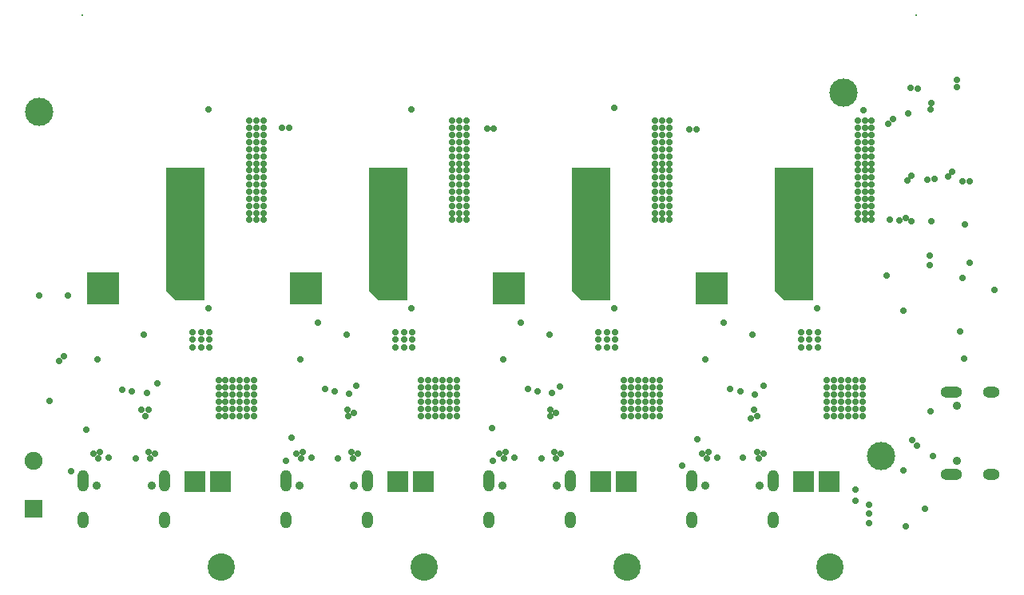
<source format=gbr>
%TF.GenerationSoftware,Altium Limited,Altium Designer,23.4.1 (23)*%
G04 Layer_Color=16711935*
%FSLAX26Y26*%
%MOIN*%
%TF.SameCoordinates,7B234F99-2337-49EF-8028-3FC35EF94B5E*%
%TF.FilePolarity,Negative*%
%TF.FileFunction,Soldermask,Bot*%
%TF.Part,CustomerPanel*%
G01*
G75*
%TA.AperFunction,NonConductor*%
%ADD69R,0.137795X0.137795*%
%TA.AperFunction,FiducialPad,Global*%
%ADD70C,0.118110*%
%TA.AperFunction,ComponentPad*%
%ADD71R,0.074929X0.074929*%
%ADD72C,0.074929*%
%ADD73R,0.085000X0.085000*%
%ADD74O,0.047370X0.070992*%
%ADD75C,0.034575*%
%ADD76O,0.047370X0.090677*%
%ADD77O,0.070992X0.047370*%
%ADD78O,0.090677X0.047370*%
%TA.AperFunction,WasherPad*%
%ADD79C,0.008000*%
%TA.AperFunction,ViaPad*%
%ADD80C,0.114299*%
%ADD81C,0.027685*%
G36*
X866142Y1411370D02*
X748032D01*
X708662Y1450739D01*
Y1962551D01*
X866142D01*
Y1411370D01*
D02*
G37*
G36*
X1712599D02*
X1594488D01*
X1555118Y1450739D01*
Y1962551D01*
X1712599D01*
Y1411370D01*
D02*
G37*
G36*
X2559055D02*
X2440945D01*
X2401575Y1450739D01*
Y1962551D01*
X2559055D01*
Y1411370D01*
D02*
G37*
G36*
X3405512D02*
X3287401D01*
X3248032Y1450739D01*
Y1962551D01*
X3405512D01*
Y1411370D01*
D02*
G37*
D69*
X442913Y1460582D02*
D03*
X1289370D02*
D03*
X2135827D02*
D03*
X2982283D02*
D03*
D70*
X3533780Y2277511D02*
D03*
X3691260Y762078D02*
D03*
X177165Y2198771D02*
D03*
D71*
X153000Y540117D02*
D03*
D72*
Y740117D02*
D03*
D73*
X935354Y653496D02*
D03*
X3366457Y653495D02*
D03*
X2520000D02*
D03*
X1673543D02*
D03*
X827087D02*
D03*
X3474724D02*
D03*
X2628268Y653496D02*
D03*
X1781811D02*
D03*
D74*
X2901103Y494047D02*
D03*
X3241260D02*
D03*
X701889Y494047D02*
D03*
X361733D02*
D03*
X2394803D02*
D03*
X2054646D02*
D03*
X1548346D02*
D03*
X1208189D02*
D03*
D75*
X2957405Y637747D02*
D03*
X3184957Y637747D02*
D03*
X645587Y637747D02*
D03*
X418035D02*
D03*
X4006220Y742078D02*
D03*
Y969630D02*
D03*
X2338501Y637747D02*
D03*
X2110948D02*
D03*
X1492044D02*
D03*
X1264492D02*
D03*
D76*
X2901103Y658614D02*
D03*
X3241259Y658614D02*
D03*
X701889D02*
D03*
X361733D02*
D03*
X2394803D02*
D03*
X2054646D02*
D03*
X1548346D02*
D03*
X1208189D02*
D03*
D77*
X4149921Y685776D02*
D03*
Y1025933D02*
D03*
D78*
X3985354Y685776D02*
D03*
Y1025933D02*
D03*
D79*
X3836559Y2602000D02*
D03*
X356984Y2601999D02*
D03*
D80*
X3477480Y297197D02*
D03*
X2631023Y297196D02*
D03*
X1784567D02*
D03*
X938110D02*
D03*
D81*
X578995Y750831D02*
D03*
X4031532Y1907102D02*
D03*
X622070Y927986D02*
D03*
X261905Y1158022D02*
D03*
X4059091Y1907102D02*
D03*
X603251Y955794D02*
D03*
X281392Y1177509D02*
D03*
X671000Y1065118D02*
D03*
X633923Y953041D02*
D03*
X884000Y2208117D02*
D03*
X1424000Y752117D02*
D03*
X3988285Y1948665D02*
D03*
X3842496Y2295256D02*
D03*
X1219922Y2130339D02*
D03*
X3968946Y1929031D02*
D03*
X3815000Y2297117D02*
D03*
X1191683Y2131419D02*
D03*
X1369478Y1040118D02*
D03*
X1465493Y926707D02*
D03*
X1488984Y941117D02*
D03*
X1464678Y954988D02*
D03*
X1472000Y1022117D02*
D03*
X1502000Y1055118D02*
D03*
X2273940Y750831D02*
D03*
X2216467Y1039585D02*
D03*
X3898742Y2207268D02*
D03*
X3912493Y1917020D02*
D03*
X2310138Y954906D02*
D03*
X2074968Y2127117D02*
D03*
X3900644Y2234762D02*
D03*
X3885000Y1915118D02*
D03*
X2310957Y926000D02*
D03*
X2047409Y2127117D02*
D03*
X2334000Y941117D02*
D03*
X2317401Y1023978D02*
D03*
X2350343Y1052460D02*
D03*
X2891306Y2125583D02*
D03*
X2918861Y2125102D02*
D03*
X1731000Y2209117D02*
D03*
X2860000Y721117D02*
D03*
X2922251Y829677D02*
D03*
X3061031Y1041478D02*
D03*
X3164000Y1019117D02*
D03*
X3199000Y1054118D02*
D03*
X3159648Y953226D02*
D03*
X3173000Y929117D02*
D03*
X3147345Y918834D02*
D03*
X3115000Y755117D02*
D03*
X3839145Y805375D02*
D03*
X3819506Y827167D02*
D03*
X4164000Y1454118D02*
D03*
X4060590Y1566118D02*
D03*
X3793780Y1754063D02*
D03*
X3768573Y1742922D02*
D03*
X3818588Y1741529D02*
D03*
X3726000Y1746118D02*
D03*
X3816749Y1932200D02*
D03*
X3799000Y1911118D02*
D03*
X4008000Y2330086D02*
D03*
Y2302527D02*
D03*
X3618414Y2204677D02*
D03*
X3805000Y2192117D02*
D03*
X3740487Y2166605D02*
D03*
X3721000Y2147117D02*
D03*
X626346Y1023511D02*
D03*
X523445Y1038302D02*
D03*
X564630Y1032118D02*
D03*
X1411087D02*
D03*
X1340401Y1316432D02*
D03*
X2257543Y1032118D02*
D03*
X2186858Y1316432D02*
D03*
X222000Y991117D02*
D03*
X176268Y1432118D02*
D03*
X296114Y1432004D02*
D03*
X419346Y1165511D02*
D03*
X1265803D02*
D03*
X2112260D02*
D03*
X2581024Y1214519D02*
D03*
X2545591D02*
D03*
X2494166Y1441732D02*
D03*
X2439047D02*
D03*
X2466606D02*
D03*
X2521724D02*
D03*
Y1469291D02*
D03*
X2494166D02*
D03*
X2466606D02*
D03*
X2439047D02*
D03*
X2466606Y1496850D02*
D03*
X2439047D02*
D03*
X2521724D02*
D03*
X2494166D02*
D03*
Y1524409D02*
D03*
X2439047D02*
D03*
X2466606D02*
D03*
X2521724D02*
D03*
X2577087Y1375936D02*
D03*
X2618425Y1047196D02*
D03*
X2308260Y1268511D02*
D03*
X2159260Y753511D02*
D03*
X2746378Y1864125D02*
D03*
Y1834598D02*
D03*
Y1746015D02*
D03*
Y1805070D02*
D03*
Y1775543D02*
D03*
X2775906D02*
D03*
X2775905Y1805070D02*
D03*
X2775906Y1864125D02*
D03*
Y1834598D02*
D03*
X2805433D02*
D03*
Y1805070D02*
D03*
Y1893653D02*
D03*
Y1864125D02*
D03*
X2746378Y1952708D02*
D03*
X2746378Y2041291D02*
D03*
Y2011763D02*
D03*
Y1923180D02*
D03*
Y1893653D02*
D03*
Y1982236D02*
D03*
X2775905Y1952708D02*
D03*
X2746378Y2070818D02*
D03*
X2746378Y2159401D02*
D03*
Y2129873D02*
D03*
Y2100346D02*
D03*
X2775905Y2070818D02*
D03*
X2775906Y2129873D02*
D03*
Y1893653D02*
D03*
Y1982236D02*
D03*
Y1923180D02*
D03*
X2805433Y1952708D02*
D03*
Y1923180D02*
D03*
Y2011763D02*
D03*
Y1982236D02*
D03*
X2775906Y2041291D02*
D03*
Y2011763D02*
D03*
Y2100346D02*
D03*
X2805433Y2070818D02*
D03*
Y2041291D02*
D03*
Y2100346D02*
D03*
X2178150Y1447787D02*
D03*
Y1475346D02*
D03*
X2618425Y929086D02*
D03*
X2647953Y929086D02*
D03*
X2677480Y929086D02*
D03*
X2707008D02*
D03*
X2066000Y878117D02*
D03*
X2122362Y777511D02*
D03*
X2096772Y771606D02*
D03*
X2116457Y751921D02*
D03*
X2069000Y742117D02*
D03*
X2766063Y1017669D02*
D03*
Y1076724D02*
D03*
X2736535D02*
D03*
Y1047196D02*
D03*
X2766063Y1047196D02*
D03*
X2707008Y1017669D02*
D03*
X2736535D02*
D03*
X2677480D02*
D03*
X2647953D02*
D03*
X2327093Y777511D02*
D03*
X2352684Y771606D02*
D03*
X2332999Y751921D02*
D03*
X2766063Y988141D02*
D03*
X2707008D02*
D03*
X2736535D02*
D03*
X2766063Y958614D02*
D03*
X2736535D02*
D03*
X2677481D02*
D03*
X2707008D02*
D03*
X2766063Y929086D02*
D03*
X2736535D02*
D03*
X2677481Y988141D02*
D03*
X2618425Y1017669D02*
D03*
Y988141D02*
D03*
Y958614D02*
D03*
X2647953Y988141D02*
D03*
Y958614D02*
D03*
X2618425Y1076724D02*
D03*
X2707008D02*
D03*
X2677480D02*
D03*
X2647953D02*
D03*
X2677480Y1047196D02*
D03*
X2707008D02*
D03*
X2647953Y1047196D02*
D03*
X2775906Y2159401D02*
D03*
X2805433D02*
D03*
X2510157Y1214519D02*
D03*
Y1277511D02*
D03*
Y1246015D02*
D03*
X2805433Y2129873D02*
D03*
X2581024Y1277511D02*
D03*
X2545591D02*
D03*
X2581024Y1246015D02*
D03*
X2545591D02*
D03*
X2150591Y1475346D02*
D03*
X2123032D02*
D03*
X2150591Y1447787D02*
D03*
X2123032D02*
D03*
X2095472D02*
D03*
Y1420228D02*
D03*
X2123032D02*
D03*
X2150591D02*
D03*
X2178150D02*
D03*
X2150591Y1502905D02*
D03*
X2095472D02*
D03*
X2178150D02*
D03*
X2095472Y1475346D02*
D03*
X2123032Y1502905D02*
D03*
X2775906Y1746015D02*
D03*
X2805433Y1775543D02*
D03*
Y1746015D02*
D03*
X1699134Y1214519D02*
D03*
X1734567D02*
D03*
X1592591Y1469291D02*
D03*
X1620150Y1441732D02*
D03*
X1592591D02*
D03*
X1675268D02*
D03*
X1647709D02*
D03*
Y1469291D02*
D03*
X1620150D02*
D03*
X1675268D02*
D03*
X1620150Y1496850D02*
D03*
X1592591D02*
D03*
X1647709D02*
D03*
X1675268D02*
D03*
X1620150Y1524409D02*
D03*
X1592591D02*
D03*
X1647709D02*
D03*
X1675268D02*
D03*
X1730630Y1375936D02*
D03*
X1771968Y1047196D02*
D03*
X1461803Y1268511D02*
D03*
X1312803Y753511D02*
D03*
X1899921Y1864125D02*
D03*
Y1834598D02*
D03*
Y1746015D02*
D03*
Y1805070D02*
D03*
Y1775543D02*
D03*
X1929449D02*
D03*
X1929449Y1805070D02*
D03*
X1929449Y1864125D02*
D03*
Y1834598D02*
D03*
X1958976D02*
D03*
Y1805070D02*
D03*
Y1893653D02*
D03*
Y1864125D02*
D03*
X1899921Y1952708D02*
D03*
X1899921Y2041291D02*
D03*
Y2011763D02*
D03*
Y1923180D02*
D03*
Y1893653D02*
D03*
Y1982236D02*
D03*
X1929449Y1952708D02*
D03*
X1899921Y2070818D02*
D03*
X1899921Y2159401D02*
D03*
Y2129873D02*
D03*
Y2100346D02*
D03*
X1929449Y2070818D02*
D03*
X1929449Y2129873D02*
D03*
Y1893653D02*
D03*
Y1982236D02*
D03*
Y1923180D02*
D03*
X1958976Y1952708D02*
D03*
Y1923180D02*
D03*
Y2011763D02*
D03*
Y1982236D02*
D03*
X1929449Y2041291D02*
D03*
Y2011763D02*
D03*
Y2100346D02*
D03*
X1958976Y2070818D02*
D03*
Y2041291D02*
D03*
Y2100346D02*
D03*
X1331693Y1447787D02*
D03*
Y1475346D02*
D03*
X1771968Y929086D02*
D03*
X1801496Y929086D02*
D03*
X1831024Y929086D02*
D03*
X1860551D02*
D03*
X1801496Y958614D02*
D03*
X1506227Y771606D02*
D03*
X1801496Y988141D02*
D03*
X1771968D02*
D03*
Y958614D02*
D03*
X1486542Y751921D02*
D03*
X1890079Y958614D02*
D03*
Y929086D02*
D03*
X1831024Y958614D02*
D03*
X1919606Y929086D02*
D03*
X1919606Y988141D02*
D03*
Y958614D02*
D03*
X1860551Y988141D02*
D03*
X1831024D02*
D03*
X1890079D02*
D03*
X1860551Y958614D02*
D03*
X1771968Y1017669D02*
D03*
X1831024Y1047196D02*
D03*
X1860551D02*
D03*
X1831024Y1017669D02*
D03*
X1860551D02*
D03*
X1801496D02*
D03*
Y1047196D02*
D03*
X1919606Y1076724D02*
D03*
Y1017669D02*
D03*
Y1047196D02*
D03*
X1890079Y1017669D02*
D03*
Y1047196D02*
D03*
Y1076724D02*
D03*
X1860551D02*
D03*
X1831024D02*
D03*
X1801496D02*
D03*
X1771968D02*
D03*
X1207188Y742117D02*
D03*
X1480637Y777511D02*
D03*
X1275906D02*
D03*
X1230480Y836598D02*
D03*
X1250315Y771606D02*
D03*
X1270000Y751921D02*
D03*
X1958976Y2129873D02*
D03*
X1958977Y2159401D02*
D03*
X1929449D02*
D03*
Y1746015D02*
D03*
X1958976D02*
D03*
Y1775543D02*
D03*
X1249016Y1502905D02*
D03*
X1331693D02*
D03*
X1276575D02*
D03*
X1331693Y1420228D02*
D03*
X1304134Y1502905D02*
D03*
Y1475346D02*
D03*
Y1420228D02*
D03*
Y1447787D02*
D03*
X1276575Y1475346D02*
D03*
Y1447787D02*
D03*
Y1420228D02*
D03*
X1249016Y1475346D02*
D03*
Y1420228D02*
D03*
Y1447787D02*
D03*
X1663701Y1246015D02*
D03*
Y1277511D02*
D03*
Y1214519D02*
D03*
X1699134Y1277511D02*
D03*
Y1246015D02*
D03*
X1734567Y1277511D02*
D03*
Y1246015D02*
D03*
X852677Y1214519D02*
D03*
X888110D02*
D03*
X773693Y1441732D02*
D03*
X746134D02*
D03*
Y1469291D02*
D03*
X801252D02*
D03*
X773693D02*
D03*
Y1496850D02*
D03*
X746134D02*
D03*
Y1524409D02*
D03*
X801252D02*
D03*
X773693D02*
D03*
X801252Y1441732D02*
D03*
X828811D02*
D03*
Y1469291D02*
D03*
X801252Y1496850D02*
D03*
X828811Y1524409D02*
D03*
Y1496850D02*
D03*
X884173Y1375936D02*
D03*
X925512Y1047196D02*
D03*
X615346Y1268511D02*
D03*
X466346Y753511D02*
D03*
X1053465Y1864125D02*
D03*
Y1834598D02*
D03*
Y1746015D02*
D03*
Y1805070D02*
D03*
Y1775543D02*
D03*
X1082992D02*
D03*
X1082992Y1805070D02*
D03*
X1082992Y1864125D02*
D03*
Y1834598D02*
D03*
X1112520D02*
D03*
Y1805070D02*
D03*
Y1893653D02*
D03*
Y1864125D02*
D03*
X1053465Y1952708D02*
D03*
X1053465Y2041291D02*
D03*
Y2011763D02*
D03*
Y1923180D02*
D03*
Y1893653D02*
D03*
Y1982236D02*
D03*
X1082992Y1952708D02*
D03*
X1053465Y2070818D02*
D03*
X1053465Y2159401D02*
D03*
Y2129873D02*
D03*
Y2100346D02*
D03*
X1082992Y2070818D02*
D03*
X1082992Y2129873D02*
D03*
Y1893653D02*
D03*
Y1982236D02*
D03*
Y1923180D02*
D03*
X1112520Y1952708D02*
D03*
Y1923180D02*
D03*
Y2011763D02*
D03*
Y1982236D02*
D03*
X1082992Y2041291D02*
D03*
Y2011763D02*
D03*
Y2100346D02*
D03*
X1112520Y2070818D02*
D03*
Y2041291D02*
D03*
Y2100346D02*
D03*
X485236Y1475346D02*
D03*
Y1447787D02*
D03*
X925512Y929086D02*
D03*
X955039Y929086D02*
D03*
X1014095Y929086D02*
D03*
X984567D02*
D03*
X1082992Y2159401D02*
D03*
X1112520Y2129873D02*
D03*
X430118Y1447787D02*
D03*
Y1420228D02*
D03*
X485236Y1502905D02*
D03*
Y1420228D02*
D03*
X457677Y1502905D02*
D03*
Y1475346D02*
D03*
Y1420228D02*
D03*
Y1447787D02*
D03*
X430118Y1475346D02*
D03*
X1073150Y1047196D02*
D03*
X1043622Y929086D02*
D03*
Y958614D02*
D03*
Y988141D02*
D03*
X1073150Y1076724D02*
D03*
Y1017669D02*
D03*
Y988141D02*
D03*
Y958614D02*
D03*
X1073150Y929086D02*
D03*
X1043622Y1047196D02*
D03*
Y1076724D02*
D03*
Y1017669D02*
D03*
X430118Y1502905D02*
D03*
X1014095Y1076724D02*
D03*
Y1047196D02*
D03*
Y1017669D02*
D03*
Y988141D02*
D03*
X984567D02*
D03*
X984567Y1047196D02*
D03*
Y1076724D02*
D03*
Y1017669D02*
D03*
X1014095Y958614D02*
D03*
X984567D02*
D03*
X925512Y988141D02*
D03*
Y1017669D02*
D03*
Y958614D02*
D03*
X955039Y1047196D02*
D03*
Y1017669D02*
D03*
Y988141D02*
D03*
Y958614D02*
D03*
X888110Y1246015D02*
D03*
X852677D02*
D03*
X817244D02*
D03*
X888110Y1277511D02*
D03*
X852677D02*
D03*
X817244D02*
D03*
Y1214519D02*
D03*
X955039Y1076724D02*
D03*
X925512D02*
D03*
X1082992Y1746015D02*
D03*
X1112520Y1775543D02*
D03*
Y1746015D02*
D03*
X634180Y777511D02*
D03*
X640085Y751921D02*
D03*
X659770Y771606D02*
D03*
X403858Y771606D02*
D03*
X429449Y777511D02*
D03*
X373803Y870133D02*
D03*
X1112520Y2159401D02*
D03*
X423543Y751921D02*
D03*
X311000Y697117D02*
D03*
X402559Y1502905D02*
D03*
Y1447787D02*
D03*
Y1420228D02*
D03*
Y1475346D02*
D03*
X3423543Y1375936D02*
D03*
X2577087Y2213031D02*
D03*
X3033315Y1316432D02*
D03*
X3104000Y1032118D02*
D03*
X2969488Y1502905D02*
D03*
X2997047D02*
D03*
X2941929D02*
D03*
X2969488Y1475346D02*
D03*
X3024606Y1502905D02*
D03*
X2941929Y1475346D02*
D03*
X3024606D02*
D03*
X2997047D02*
D03*
Y1420228D02*
D03*
X3024606D02*
D03*
X2941929D02*
D03*
X3024606Y1447787D02*
D03*
X2969488Y1420228D02*
D03*
X2941929Y1447787D02*
D03*
X2997047D02*
D03*
X2969488D02*
D03*
X3313063Y1524409D02*
D03*
X3340622D02*
D03*
X3285504D02*
D03*
X3313063Y1496850D02*
D03*
X3368181Y1524409D02*
D03*
X3285504Y1496850D02*
D03*
X3368181D02*
D03*
X3340622D02*
D03*
Y1441732D02*
D03*
X3368181D02*
D03*
X3285504D02*
D03*
X3368181Y1469291D02*
D03*
X3313063Y1441732D02*
D03*
X3285504Y1469291D02*
D03*
X3340622D02*
D03*
X3313063D02*
D03*
X4040000Y1727537D02*
D03*
X3640000Y558117D02*
D03*
X3639000Y521117D02*
D03*
X3641000Y482118D02*
D03*
X3582268Y573385D02*
D03*
X3583000Y620117D02*
D03*
X3897000Y947117D02*
D03*
X3906732Y759401D02*
D03*
X4038000Y1167118D02*
D03*
X4020000Y1282118D02*
D03*
X3898937Y1741180D02*
D03*
X4032000Y1504118D02*
D03*
X3893399Y1559118D02*
D03*
X3783000Y1367118D02*
D03*
X3784000Y700117D02*
D03*
X3714000Y1515118D02*
D03*
X3895000Y1598118D02*
D03*
X3874000Y542117D02*
D03*
X3794472Y468385D02*
D03*
X3622362Y1746015D02*
D03*
X3651890D02*
D03*
Y1775543D02*
D03*
X3622362Y2159401D02*
D03*
X3651890Y2129873D02*
D03*
X3651890Y2159401D02*
D03*
X3494409Y988141D02*
D03*
X3464882Y958614D02*
D03*
Y988141D02*
D03*
X3494409Y958614D02*
D03*
X3464882Y1017669D02*
D03*
X3494409D02*
D03*
Y1076724D02*
D03*
Y1047196D02*
D03*
X3464882Y1076724D02*
D03*
X3199140Y771606D02*
D03*
X3179455Y751921D02*
D03*
X2962913D02*
D03*
X2968819Y777511D02*
D03*
X2943228Y771606D02*
D03*
X3173550Y777511D02*
D03*
X3392047Y1277511D02*
D03*
X3612520Y1017669D02*
D03*
X3553465D02*
D03*
X3523937Y958614D02*
D03*
X3553465Y988141D02*
D03*
Y958614D02*
D03*
X3582992D02*
D03*
Y988141D02*
D03*
X3612520D02*
D03*
X3582992Y929086D02*
D03*
X3612520D02*
D03*
X3612520Y958614D02*
D03*
X3523937Y988141D02*
D03*
X3582992Y1017669D02*
D03*
Y1047196D02*
D03*
X3553465Y1076724D02*
D03*
X3582992D02*
D03*
X3523937D02*
D03*
Y1017669D02*
D03*
Y1047196D02*
D03*
X3553465D02*
D03*
X3427480Y1277511D02*
D03*
X3356614D02*
D03*
X3392047Y1246015D02*
D03*
X3427480D02*
D03*
X3356614D02*
D03*
Y1214519D02*
D03*
X3612520Y1076724D02*
D03*
Y1047196D02*
D03*
X3553465Y929086D02*
D03*
X3523937D02*
D03*
X3494409Y929086D02*
D03*
X3464882Y929086D02*
D03*
X2958716Y1165511D02*
D03*
X3651890Y2100346D02*
D03*
Y2041291D02*
D03*
Y2070818D02*
D03*
X3622362Y2100346D02*
D03*
Y2011763D02*
D03*
Y2041291D02*
D03*
X3651890Y1982236D02*
D03*
Y2011763D02*
D03*
Y1923180D02*
D03*
Y1952708D02*
D03*
X3622362Y1923180D02*
D03*
Y1982236D02*
D03*
Y1893653D02*
D03*
Y2129873D02*
D03*
X3622362Y2070818D02*
D03*
X3592835Y2100346D02*
D03*
Y2129873D02*
D03*
Y2159401D02*
D03*
X3592835Y2070818D02*
D03*
X3622362Y1952708D02*
D03*
X3592835Y1982236D02*
D03*
Y1893653D02*
D03*
Y1923180D02*
D03*
Y2011763D02*
D03*
Y2041291D02*
D03*
X3592835Y1952708D02*
D03*
X3651890Y1864125D02*
D03*
Y1893653D02*
D03*
Y1805070D02*
D03*
Y1834598D02*
D03*
X3622362D02*
D03*
Y1864125D02*
D03*
X3622362Y1805070D02*
D03*
X3622362Y1775543D02*
D03*
X3592835D02*
D03*
Y1805070D02*
D03*
Y1746015D02*
D03*
Y1834598D02*
D03*
Y1864125D02*
D03*
X3005716Y753511D02*
D03*
X3154716Y1268511D02*
D03*
X3464882Y1047196D02*
D03*
X3427480Y1214519D02*
D03*
X3392047D02*
D03*
%TF.MD5,77806dcd26c5753863d5da2907be1a01*%
M02*

</source>
